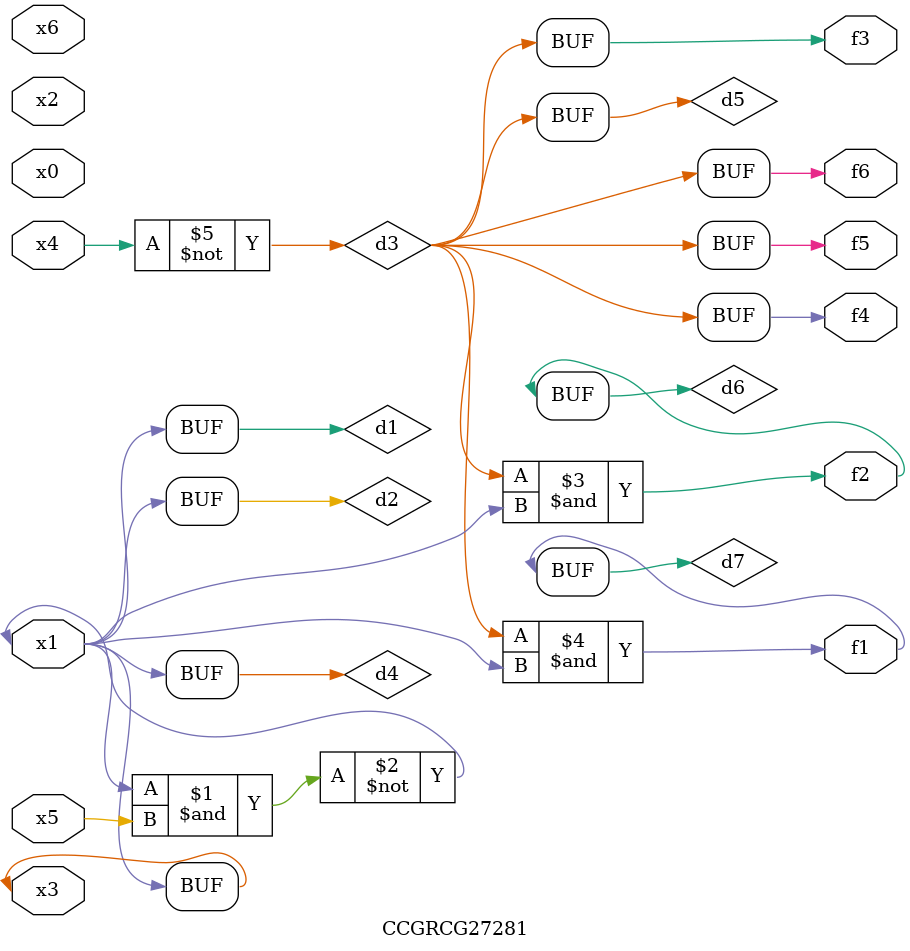
<source format=v>
module CCGRCG27281(
	input x0, x1, x2, x3, x4, x5, x6,
	output f1, f2, f3, f4, f5, f6
);

	wire d1, d2, d3, d4, d5, d6, d7;

	buf (d1, x1, x3);
	nand (d2, x1, x5);
	not (d3, x4);
	buf (d4, d1, d2);
	buf (d5, d3);
	and (d6, d3, d4);
	and (d7, d3, d4);
	assign f1 = d7;
	assign f2 = d6;
	assign f3 = d5;
	assign f4 = d5;
	assign f5 = d5;
	assign f6 = d5;
endmodule

</source>
